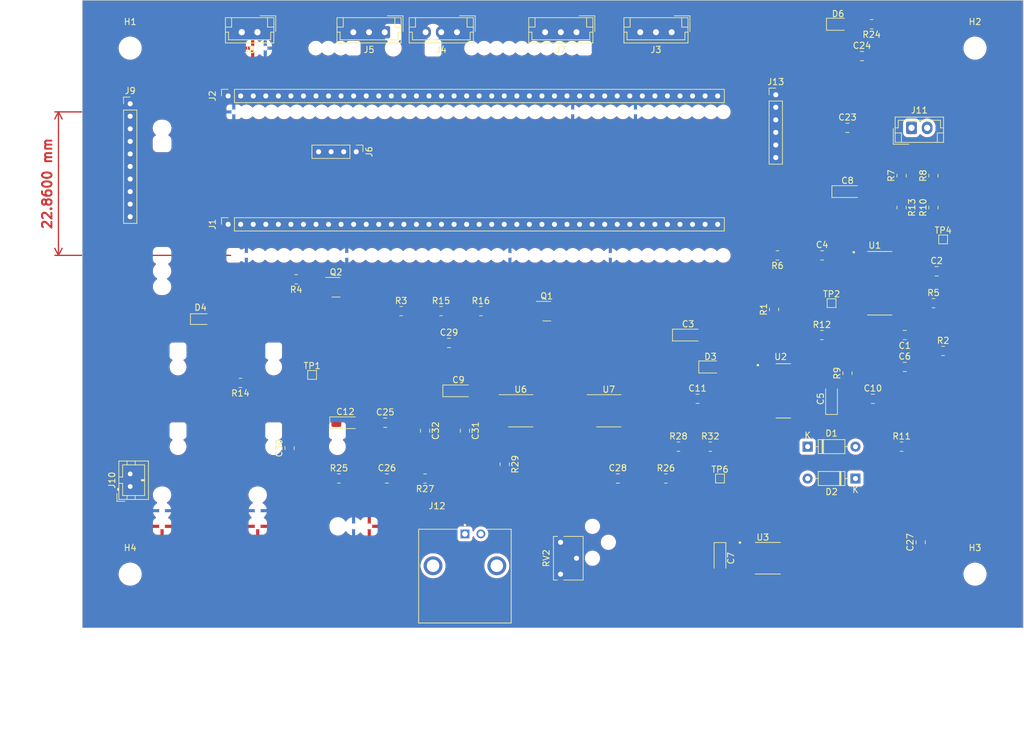
<source format=kicad_pcb>
(kicad_pcb (version 20221018) (generator pcbnew)
  (layers (0 "F.Cu" signal) (31 "B.Cu" signal) (34 "B.Paste" user) (35 "F.Paste" user) (36 "B.SilkS" user "B.Silkscreen") (37 "F.SilkS" user "F.Silkscreen") (38 "B.Mask" user) (39 "F.Mask" user) (44 "Edge.Cuts" user))
  (net 0 "")
  (net 1 "U2Cout")
  (net 2 "Net-(D1-A)")
  (net 3 "U2Dpos")
  (net 4 "ec_gnd")
  (net 5 "Net-(Q1-G)")
  (net 6 "GND")
  (net 7 "ph_gnd")
  (net 8 "Net-(Q2-G)")
  (net 9 "Net-(C1-Pad1)")
  (net 10 "Net-(U1-EN1)")
  (net 11 "-5V")
  (net 12 "+5V")
  (net 13 "Net-(U3-C1+)")
  (net 14 "Net-(U3-C1-)")
  (net 15 "Net-(U6-+)")
  (net 16 "Net-(U6--)")
  (net 17 "Net-(C28-Pad2)")
  (net 18 "Net-(D3-A)")
  (net 19 "Net-(D6-A)")
  (net 20 "VTARG")
  (net 21 "P10_0")
  (net 22 "P10_3")
  (net 23 "P10_4")
  (net 24 "P10_2")
  (net 25 "P10_1")
  (net 26 "P10_5")
  (net 27 "P0_5")
  (net 28 "P12_3")
  (net 29 "P11_4")
  (net 30 "P11_3")
  (net 31 "P11_2")
  (net 32 "P11_7")
  (net 33 "P11_5")
  (net 34 "P11_6")
  (net 35 "P12_5")
  (net 36 "P12_0")
  (net 37 "P12_1")
  (net 38 "P12_4")
  (net 39 "VDDIO_0")
  (net 40 "P13_1")
  (net 41 "P13_2")
  (net 42 "P13_3")
  (net 43 "P13_0")
  (net 44 "P13_4")
  (net 45 "P13_5")
  (net 46 "P13_7")
  (net 47 "P13_6")
  (net 48 "P0_4")
  (net 49 "XRES")
  (net 50 "P6_7")
  (net 51 "P6_6")
  (net 52 "BT_UART_RXD")
  (net 53 "BT_UART_CTS")
  (net 54 "BT_UART_RTS")
  (net 55 "BT_UART_TXD")
  (net 56 "VREF")
  (net 57 "VBACKUP")
  (net 58 "P9_6")
  (net 59 "P9_7")
  (net 60 "P9_4")
  (net 61 "P9_1")
  (net 62 "P9_2")
  (net 63 "P8_0")
  (net 64 "P8_7")
  (net 65 "P8_3")
  (net 66 "P8_4")
  (net 67 "P8_6")
  (net 68 "P8_1")
  (net 69 "P6_3")
  (net 70 "P1_0")
  (net 71 "P8_2")
  (net 72 "P8_5")
  (net 73 "P9_3")
  (net 74 "P9_5")
  (net 75 "P9_0")
  (net 76 "P6_VDD")
  (net 77 "P6_4")
  (net 78 "P6_2")
  (net 79 "P6_1")
  (net 80 "P6_0")
  (net 81 "VDD_USB")
  (net 82 "P5_7")
  (net 83 "P5_6")
  (net 84 "P5_5")
  (net 85 "P5_4")
  (net 86 "P5_3")
  (net 87 "P5_2")
  (net 88 "P5_1")
  (net 89 "P5_0")
  (net 91 "U2Aout")
  (net 92 "P1.2")
  (net 93 "Net-(U1-Q4)")
  (net 94 "ec_sense")
  (net 95 "Net-(U1-EN2)")
  (net 96 "Net-(U1-EN3)")
  (net 97 "U2Bout")
  (net 98 "U2Dneg")
  (net 99 "U2Cneg")
  (net 100 "U2Dout")
  (net 101 "Net-(J12-Pad1)")
  (net 102 "Net-(R26-Pad2)")
  (net 103 "Net-(R27-Pad1)")
  (net 104 "Net-(U7--)")
  (footprint "Resistor_SMD:R_0805_2012Metric_Pad1.20x1.40mm_HandSolder" (layer "F.Cu") (at 161.56 66.04 180)
    (fp_text reference "R6" (at 0 -1.65) (layer "F.SilkS"))
    (fp_text value "4.7K")
    (pad "1" smd roundrect (at -1 0 180) (size 1.2 1.4) (layers "F.Cu" "F.Paste" "F.Mask") (roundrect_rratio 0.208333) (net 12 "+5V"))
    (pad "2" smd roundrect (at 1 0 180) (size 1.2 1.4) (layers "F.Cu" "F.Paste" "F.Mask") (roundrect_rratio 0.208333) (net 18 "Net-(D3-A)"))
  )
  (footprint "Capacitor_Tantalum_SMD:CP_EIA-3216-10_Kemet-I_Pad1.58x1.35mm_HandSolder" (layer "F.Cu") (at 152.4 114.3 -90)
    (fp_text reference "C7" (at 0 -1.75 90) (layer "F.SilkS"))
    (fp_text value "100uF")
    (pad "1" smd roundrect (at -1.4375 0 270) (size 1.575 1.35) (layers "F.Cu" "F.Paste" "F.Mask") (roundrect_rratio 0.185185) (net 13 "Net-(U3-C1+)"))
    (pad "2" smd roundrect (at 1.4375 0 270) (size 1.575 1.35) (layers "F.Cu" "F.Paste" "F.Mask") (roundrect_rratio 0.185185) (net 14 "Net-(U3-C1-)"))
  )
  (footprint "LED_SMD:LED_0805_2012Metric_Pad1.15x1.40mm_HandSolder" (layer "F.Cu") (at 150.885 83.82)
    (fp_text reference "D3" (at 0 -1.65) (layer "F.SilkS"))
    (fp_text value "LED")
    (pad "1" smd roundrect (at -1.025 0) (size 1.15 1.4) (layers "F.Cu" "F.Paste" "F.Mask") (roundrect_rratio 0.217391) (net 4 "ec_gnd"))
    (pad "2" smd roundrect (at 1.025 0) (size 1.15 1.4) (layers "F.Cu" "F.Paste" "F.Mask") (roundrect_rratio 0.217391) (net 18 "Net-(D3-A)"))
  )
  (footprint "Resistor_SMD:R_0805_2012Metric_Pad1.20x1.40mm_HandSolder" (layer "F.Cu") (at 186.42 73.66)
    (fp_text reference "R5" (at 0 -1.65) (layer "F.SilkS"))
    (fp_text value "100K")
    (pad "1" smd roundrect (at -1 0) (size 1.2 1.4) (layers "F.Cu" "F.Paste" "F.Mask") (roundrect_rratio 0.208333) (net 96 "Net-(U1-EN3)"))
    (pad "2" smd roundrect (at 1 0) (size 1.2 1.4) (layers "F.Cu" "F.Paste" "F.Mask") (roundrect_rratio 0.208333) (net 9 "Net-(C1-Pad1)"))
  )
  (footprint "Capacitor_Tantalum_SMD:CP_EIA-3216-10_Kemet-I_Pad1.58x1.35mm_HandSolder" (layer "F.Cu") (at 110.7225 87.63)
    (fp_text reference "C9" (at 0 -1.75) (layer "F.SilkS"))
    (fp_text value "10uF")
    (pad "1" smd roundrect (at -1.4375 0) (size 1.575 1.35) (layers "F.Cu" "F.Paste" "F.Mask") (roundrect_rratio 0.185185) (net 12 "+5V"))
    (pad "2" smd roundrect (at 1.4375 0) (size 1.575 1.35) (layers "F.Cu" "F.Paste" "F.Mask") (roundrect_rratio 0.185185) (net 4 "ec_gnd"))
  )
  (footprint "Connector_JST:JST_EH_B3B-EH-A_1x03_P2.50mm_Vertical" (layer "F.Cu") (at 110.49 30.48 180)
    (fp_text reference "J4" (at 2.5 -2.8) (layer "F.SilkS"))
    (fp_text value "Level_conn")
    (pad "1" thru_hole roundrect (at 0 0 180) (size 1.7 1.95) (drill 0.95) (layers "*.Cu" "*.Mask") (roundrect_rratio 0.147059) (net 12 "+5V"))
    (pad "2" thru_hole oval (at 2.5 0 180) (size 1.7 1.95) (drill 0.95) (layers "*.Cu" "*.Mask") (net 6 "GND"))
    (pad "3" thru_hole oval (at 5 0 180) (size 1.7 1.95) (drill 0.95) (layers "*.Cu" "*.Mask") (net 61 "P9_1"))
  )
  (footprint "Resistor_SMD:R_0805_2012Metric_Pad1.20x1.40mm_HandSolder" (layer "F.Cu") (at 172.72 84.82 90)
    (fp_text reference "R9" (at 0 -1.65 90) (layer "F.SilkS"))
    (fp_text value "36K")
    (pad "1" smd roundrect (at -1 0 90) (size 1.2 1.4) (layers "F.Cu" "F.Paste" "F.Mask") (roundrect_rratio 0.208333) (net 2 "Net-(D1-A)"))
    (pad "2" smd roundrect (at 1 0 90) (size 1.2 1.4) (layers "F.Cu" "F.Paste" "F.Mask") (roundrect_rratio 0.208333) (net 98 "U2Dneg"))
  )
  (footprint "TestPoint:TestPoint_Pad_1.0x1.0mm" (layer "F.Cu") (at 187.96 63.5)
    (fp_text reference "TP4" (at 0 -1.448) (layer "F.SilkS"))
    (fp_text value "TestPoint")
    (pad "1" smd rect (at 0 0) (size 1 1) (layers "F.Cu" "F.Mask") (net 4 "ec_gnd"))
  )
  (footprint "Connector_JST:JST_EH_B2B-EH-A_1x02_P2.50mm_Vertical" (layer "F.Cu") (at 78.7 30.48 180)
    (fp_text reference "J8" (at 1.25 -2.8) (layer "F.SilkS"))
    (fp_text value "Circulation_Pumps_Signal")
    (pad "1" thru_hole roundrect (at 0 0 180) (size 1.7 2) (drill 1) (layers "*.Cu" "*.Mask") (roundrect_rratio 0.147059) (net 59 "P9_7"))
    (pad "2" thru_hole oval (at 2.5 0 180) (size 1.7 2) (drill 1) (layers "*.Cu" "*.Mask") (net 58 "P9_6"))
  )
  (footprint "Capacitor_SMD:C_0805_2012Metric_Pad1.18x1.45mm_HandSolder" (layer "F.Cu") (at 175.0275 34.29)
    (fp_text reference "C24" (at 0 -1.68) (layer "F.SilkS"))
    (fp_text value "100nF")
    (pad "1" smd roundrect (at -1.0375 0) (size 1.175 1.45) (layers "F.Cu" "F.Paste" "F.Mask") (roundrect_rratio 0.212766) (net 7 "ph_gnd"))
    (pad "2" smd roundrect (at 1.0375 0) (size 1.175 1.45) (layers "F.Cu" "F.Paste" "F.Mask") (roundrect_rratio 0.212766) (net 12 "+5V"))
  )
  (footprint "Connector_PinSocket_2.00mm:PinSocket_1x40_P2.00mm_Vertical" (layer "F.Cu") (at 74.03 61.1 90)
    (fp_text reference "J1" (at 0 -2.5 90) (layer "F.SilkS"))
    (fp_text value "Conn_01x40_Socket")
    (pad "1" thru_hole rect (at 0 0 90) (size 1.35 1.35) (drill 0.8) (layers "*.Cu" "*.Mask") (net 6 "GND"))
    (pad "2" thru_hole oval (at 0 2 90) (size 1.35 1.35) (drill 0.8) (layers "*.Cu" "*.Mask") (net 20 "VTARG"))
    (pad "3" thru_hole oval (at 0 4 90) (size 1.35 1.35) (drill 0.8) (layers "*.Cu" "*.Mask") (net 21 "P10_0"))
    (pad "4" thru_hole oval (at 0 6 90) (size 1.35 1.35) (drill 0.8) (layers "*.Cu" "*.Mask") (net 22 "P10_3"))
    (pad "5" thru_hole oval (at 0 8 90) (size 1.35 1.35) (drill 0.8) (layers "*.Cu" "*.Mask") (net 23 "P10_4"))
    (pad "6" thru_hole oval (at 0 10 90) (size 1.35 1.35) (drill 0.8) (layers "*.Cu" "*.Mask") (net 24 "P10_2"))
    (pad "7" thru_hole oval (at 0 12 90) (size 1.35 1.35) (drill 0.8) (layers "*.Cu" "*.Mask") (net 25 "P10_1"))
    (pad "8" thru_hole oval (at 0 14 90) (size 1.35 1.35) (drill 0.8) (layers "*.Cu" "*.Mask") (net 26 "P10_5"))
    (pad "9" thru_hole oval (at 0 16 90) (size 1.35 1.35) (drill 0.8) (layers "*.Cu" "*.Mask") (net 27 "P0_5"))
    (pad "10" thru_hole oval (at 0 18 90) (size 1.35 1.35) (drill 0.8) (layers "*.Cu" "*.Mask") (net 28 "P12_3"))
    (pad "11" thru_hole oval (at 0 20 90) (size 1.35 1.35) (drill 0.8) (layers "*.Cu" "*.Mask") (net 29 "P11_4"))
    (pad "12" thru_hole oval (at 0 22 90) (size 1.35 1.35) (drill 0.8) (layers "*.Cu" "*.Mask") (net 30 "P11_3"))
    (pad "13" thru_hole oval (at 0 24 90) (size 1.35 1.35) (drill 0.8) (layers "*.Cu" "*.Mask") (net 31 "P11_2"))
    (pad "14" thru_hole oval (at 0 26 90) (size 1.35 1.35) (drill 0.8) (layers "*.Cu" "*.Mask") (net 32 "P11_7"))
    (pad "15" thru_hole oval (at 0 28 90) (size 1.35 1.35) (drill 0.8) (layers "*.Cu" "*.Mask") (net 33 "P11_5"))
    (pad "16" thru_hole oval (at 0 30 90) (size 1.35 1.35) (drill 0.8) (layers "*.Cu" "*.Mask") (net 34 "P11_6"))
    (pad "17" thru_hole oval (at 0 32 90) (size 1.35 1.35) (drill 0.8) (layers "*.Cu" "*.Mask") (net 35 "P12_5"))
    (pad "18" thru_hole oval (at 0 34 90) (size 1.35 1.35) (drill 0.8) (layers "*.Cu" "*.Mask") (net 36 "P12_0"))
    (pad "19" thru_hole oval (at 0 36 90) (size 1.35 1.35) (drill 0.8) (layers "*.Cu" "*.Mask") (net 37 "P12_1"))
    (pad "20" thru_hole oval (at 0 38 90) (size 1.35 1.35) (drill 0.8) (layers "*.Cu" "*.Mask") (net 38 "P12_4"))
    (pad "21" thru_hole oval (at 0 40 90) (size 1.35 1.35) (drill 0.8) (layers "*.Cu" "*.Mask") (net 39 "VDDIO_0"))
    (pad "22" thru_hole oval (at 0 42 90) (size 1.35 1.35) (drill 0.8) (layers "*.Cu" "*.Mask") (net 40 "P13_1"))
    (pad "23" thru_hole oval (at 0 44 90) (size 1.35 1.35) (drill 0.8) (layers "*.Cu" "*.Mask") (net 41 "P13_2"))
    (pad "24" thru_hole oval (at 0 46 90) (size 1.35 1.35) (drill 0.8) (layers "*.Cu" "*.Mask") (net 42 "P13_3"))
    (pad "25" thru_hole oval (at 0 48 90) (size 1.35 1.35) (drill 0.8) (layers "*.Cu" "*.Mask") (net 43 "P13_0"))
    (pad "26" thru_hole oval (at 0 50 90) (size 1.35 1.35) (drill 0.8) (layers "*.Cu" "*.Mask") (net 44 "P13_4"))
    (pad "27" thru_hole oval (at 0 52 90) (size 1.35 1.35) (drill 0.8) (layers "*.Cu" "*.Mask") (net 45 "P13_5"))
    (pad "28" thru_hole oval (at 0 54 90) (size 1.35 1.35) (drill 0.8) (layers "*.Cu" "*.Mask") (net 6 "GND"))
    (pad "29" thru_hole oval (at 0 56 90) (size 1.35 1.35) (drill 0.8) (layers "*.Cu" "*.Mask") (net 46 "P13_7"))
    (pad "30" thru_hole oval (at 0 58 90) (size 1.35 1.35) (drill 0.8) (layers "*.Cu" "*.Mask") (net 47 "P13_6"))
    (pad "31" thru_hole oval (at 0 60 90) (size 1.35 1.35) (drill 0.8) (layers "*.Cu" "*.Mask") (net 48 "P0_4"))
    (pad "32" thru_hole oval (at 0 62 90) (size 1.35 1.35) (drill 0.8) (layers "*.Cu" "*.Mask") (net 20 "VTARG"))
    (pad "33" thru_hole oval (at 0 64 90) (size 1.35 1.35) (drill 0.8) (layers "*.Cu" "*.Mask") (net 6 "GND"))
    (pad "34" thru_hole oval (at 0 66 90) (size 1.35 1.35) (drill 0.8) (layers "*.Cu" "*.Mask") (net 49 "XRES"))
    (pad "35" thru_hole oval (at 0 68 90) (size 1.35 1.35) (drill 0.8) (layers "*.Cu" "*.Mask") (net 50 "P6_7"))
    (pad "36" thru_hole oval (at 0 70 90) (size 1.35 1.35) (drill 0.8) (layers "*.Cu" "*.Mask") (net 51 "P6_6"))
    (pad "37" thru_hole oval (at 0 72 90) (size 1.35 1.35) (drill 0.8) (layers "*.Cu" "*.Mask") (net 52 "BT_UART_RXD"))
    (pad "38" thru_hole oval (at 0 74 90) (size 1.35 1.35) (drill 0.8) (layers "*.Cu" "*.Mask") (net 53 "BT_UART_CTS"))
    (pad "39" thru_hole oval (at 0 76 90) (size 1.35 1.35) (drill 0.8) (layers "*.Cu" "*.Mask") (net 54 "BT_UART_RTS"))
    (pad "40" thru_hole oval (at 0 78 90) (size 1.35 1.35) (drill 0.8) (layers "*.Cu" "*.Mask") (net 55 "BT_UART_TXD"))
  )
  (footprint "Resistor_SMD:R_0805_2012Metric_Pad1.20x1.40mm_HandSolder" (layer "F.Cu") (at 176.5675 29.21 180)
    (fp_text reference "R24" (at 0 -1.65) (layer "F.SilkS"))
    (fp_text value "1K")
    (pad "1" smd roundrect (at -1 0 180) (size 1.2 1.4) (layers "F.Cu" "F.Paste" "F.Mask") (roundrect_rratio 0.208333) (net 12 "+5V"))
    (pad "2" smd roundrect (at 1 0 180) (size 1.2 1.4) (layers "F.Cu" "F.Paste" "F.Mask") (roundrect_rratio 0.208333) (net 19 "Net-(D6-A)"))
  )
  (footprint "Package_TO_SOT_SMD:SOT-23" (layer "F.Cu") (at 91.22 71.12)
    (fp_text reference "Q2" (at 0 -2.4) (layer "F.SilkS"))
    (fp_text value "ZXMN6A07F")
    (pad "1" smd roundrect (at -0.9375 -0.95) (size 1.475 0.6) (layers "F.Cu" "F.Paste" "F.Mask") (net 8 "Net-(Q2-G)"))
    (pad "2" smd roundrect (at -0.9375 0.95) (size 1.475 0.6) (layers "F.Cu" "F.Paste" "F.Mask") (net 6 "GND"))
    (pad "3" smd roundrect (at 0.9375 0) (size 1.475 0.6) (layers "F.Cu" "F.Paste" "F.Mask") (net 4 "ec_gnd"))
  )
  (footprint "Resistor_SMD:R_0805_2012Metric_Pad1.20x1.40mm_HandSolder" (layer "F.Cu") (at 84.87 69.85 180)
    (fp_text reference "R4" (at 0 -1.65) (layer "F.SilkS"))
    (fp_text value "10k")
    (pad "1" smd roundrect (at -1 0 180) (size 1.2 1.4) (layers "F.Cu" "F.Paste" "F.Mask") (roundrect_rratio 0.208333) (net 8 "Net-(Q2-G)"))
    (pad "2" smd roundrect (at 1 0 180) (size 1.2 1.4) (layers "F.Cu" "F.Paste" "F.Mask") (roundrect_rratio 0.208333) (net 6 "GND"))
  )
  (footprint "Resistor_SMD:R_0805_2012Metric_Pad1.20x1.40mm_HandSolder" (layer "F.Cu") (at 181.34 58.42 -90)
    (fp_text reference "R13" (at 0 -1.65 90) (layer "F.SilkS"))
    (fp_text value "36K")
    (pad "1" smd roundrect (at -1 0 270) (size 1.2 1.4) (layers "F.Cu" "F.Paste" "F.Mask") (roundrect_rratio 0.208333) (net 99 "U2Cneg"))
    (pad "2" smd roundrect (at 1 0 270) (size 1.2 1.4) (layers "F.Cu" "F.Paste" "F.Mask") (roundrect_rratio 0.208333) (net 3 "U2Dpos"))
  )
  (footprint "Resistor_SMD:R_0805_2012Metric_Pad1.20x1.40mm_HandSolder" (layer "F.Cu") (at 143.78 101.6)
    (fp_text reference "R26" (at 0 -1.65) (layer "F.SilkS"))
    (fp_text value "2.2K")
    (pad "1" smd roundrect (at -1 0) (size 1.2 1.4) (layers "F.Cu" "F.Paste" "F.Mask") (roundrect_rratio 0.208333) (net 17 "Net-(C28-Pad2)"))
    (pad "2" smd roundrect (at 1 0) (size 1.2 1.4) (layers "F.Cu" "F.Paste" "F.Mask") (roundrect_rratio 0.208333) (net 102 "Net-(R26-Pad2)"))
  )
  (footprint "Connector_JST:JST_EH_B2B-EH-A_1x02_P2.50mm_Vertical" (layer "F.Cu") (at 182.92 45.72)
    (fp_text reference "J11" (at 1.25 -2.8) (layer "F.SilkS"))
    (fp_text value "EC_Conn_01x02_Pin")
    (pad "1" thru_hole roundrect (at 0 0) (size 1.7 2) (drill 1) (layers "*.Cu" "*.Mask") (roundrect_rratio 0.147059) (net 91 "U2Aout"))
    (pad "2" thru_hole oval (at 2.5 0) (size 1.7 2) (drill 1) (layers "*.Cu" "*.Mask") (net 92 "P1.2"))
  )
  (footprint "Connector_JST:JST_EH_B3B-EH-A_1x03_P2.50mm_Vertical" (layer "F.Cu") (at 129.54 30.48 180)
    (fp_text reference "J7" (at 2.5 -2.8) (layer "F.SilkS"))
    (fp_text value "Dosing_Pumps_Signal")
    (pad "1" thru_hole roundrect (at 0 0 180) (size 1.7 1.95) (drill 0.95) (layers "*.Cu" "*.Mask") (roundrect_rratio 0.147059) (net 74 "P9_5"))
    (pad "2" thru_hole oval (at 2.5 0 180) (size 1.7 1.95) (drill 0.95) (layers "*.Cu" "*.Mask") (net 73 "P9_3"))
    (pad "3" thru_hole oval (at 5 0 180) (size 1.7 1.95) (drill 0.95) (layers "*.Cu" "*.Mask") (net 62 "P9_2"))
  )
  (footprint "Imports:SOIC127P600X175-16N" (layer "F.Cu") (at 177.865 70.485)
    (fp_text reference "U1" (at -0.795 -6.035) (layer "F.SilkS"))
    (fp_text value "CD4060BM")
    (pad "1" smd roundrect (at -2.475 -4.445) (size 1.97 0.6) (layers "F.Cu" "F.Paste" "F.Mask") (roundrect_rratio 0.07))
    (pad "2" smd roundrect (at -2.475 -3.175) (size 1.97 0.6) (layers "F.Cu" "F.Paste" "F.Mask") (roundrect_rratio 0.07))
    (pad "3" smd roundrect (at -2.475 -1.905) (size 1.97 0.6) (layers "F.Cu" "F.Paste" "F.Mask") (roundrect_rratio 0.07))
    (pad "4" smd roundrect (at -2.475 -0.635) (size 1.97 0.6) (layers "F.Cu" "F.Paste" "F.Mask") (roundrect_rratio 0.07))
    (pad "5" smd roundrect (at -2.475 0.635) (size 1.97 0.6) (layers "F.Cu" "F.Paste" "F.Mask") (roundrect_rratio 0.07))
    (pad "6" smd roundrect (at -2.475 1.905) (size 1.97 0.6) (layers "F.Cu" "F.Paste" "F.Mask") (roundrect_rratio 0.07))
    (pad "7" smd roundrect (at -2.475 3.175) (size 1.97 0.6) (layers "F.Cu" "F.Paste" "F.Mask") (roundrect_rratio 0.07) (net 93 "Net-(U1-Q4)"))
    (pad "8" smd roundrect (at -2.475 4.445) (size 1.97 0.6) (layers "F.Cu" "F.Paste" "F.Mask") (roundrect_rratio 0.07) (net 11 "-5V"))
    (pad "9" smd roundrect (at 2.475 4.445) (size 1.97 0.6) (layers "F.Cu" "F.Paste" "F.Mask") (roundrect_rratio 0.07) (net 10 "Net-(U1-EN1)"))
    (pad "10" smd roundrect (at 2.475 3.175) (size 1.97 0.6) (layers "F.Cu" "F.Paste" "F.Mask") (roundrect_rratio 0.07) (net 95 "Net-(U1-EN2)"))
    (pad "11" smd roundrect (at 2.475 1.905) (size 1.97 0.6) (layers "F.Cu" "F.Paste" "F.Mask") (roundrect_rratio 0.07) (net 96 "Net-(U1-EN3)"))
    (pad "12" smd roundrect (at 2.475 0.635) (size 1.97 0.6) (layers "F.Cu" "F.Paste" "F.Mask") (roundrect_rratio 0.07) (net 11 "-5V"))
    (pad "13" smd roundrect (at 2.475 -0.635) (size 1.97 0.6) (layers "F.Cu" "F.Paste" "F.Mask") (roundrect_rratio 0.07))
    (pad "14" smd roundrect (at 2.475 -1.905) (size 1.97 0.6) (layers "F.Cu" "F.Paste" "F.Mask") (roundrect_rratio 0.07))
    (pad "15" smd roundrect (at 2.475 -3.175) (size 1.97 0.6) (layers "F.Cu" "F.Paste" "F.Mask") (roundrect_rratio 0.07))
    (pad "16" smd roundrect (at 2.475 -4.445) (size 1.97 0.6) (layers "F.Cu" "F.Paste" "F.Mask") (roundrect_rratio 0.07) (net 12 "+5V"))
  )
  (footprint "Capacitor_SMD:C_0805_2012Metric_Pad1.18x1.45mm_HandSolder" (layer "F.Cu") (at 172.72 45.72)
    (fp_text reference "C23" (at 0 -1.68) (layer "F.SilkS"))
    (fp_text value "10uF")
    (pad "1" smd roundrect (at -1.0375 0) (size 1.175 1.45) (layers "F.Cu" "F.Paste" "F.Mask") (roundrect_rratio 0.212766) (net 11 "-5V"))
    (pad "2" smd roundrect (at 1.0375 0) (size 1.175 1.45) (layers "F.Cu" "F.Paste" "F.Mask") (roundrect_rratio 0.212766) (net 7 "ph_gnd"))
  )
  (footprint "Capacitor_Tantalum_SMD:CP_EIA-3216-10_Kemet-I_Pad1.58x1.35mm_HandSolder" (layer "F.Cu") (at 170.18 88.9 90)
    (fp_text reference "C5" (at 0 -1.75 90) (layer "F.SilkS"))
    (fp_text value "10uF")
    (pad "1" smd roundrect (at -1.4375 0 90) (size 1.575 1.35) (layers "F.Cu" "F.Paste" "F.Mask") (roundrect_rratio 0.185185) (net 4 "ec_gnd"))
    (pad "2" smd roundrect (at 1.4375 0 90) (size 1.575 1.35) (layers "F.Cu" "F.Paste" "F.Mask") (roundrect_rratio 0.185185) (net 11 "-5V"))
  )
  (footprint "Resistor_SMD:R_0805_2012Metric_Pad1.20x1.40mm_HandSolder" (layer "F.Cu") (at 75.98 86.36 180)
    (fp_text reference "R14" (at 0 -1.65) (layer "F.SilkS"))
    (fp_text value "10K")
    (pad "1" smd roundrect (at -1 0 180) (size 1.2 1.4) (layers "F.Cu" "F.Paste" "F.Mask") (roundrect_rratio 0.208333) (net 100 "U2Dout"))
    (pad "2" smd roundrect (at 1 0 180) (size 1.2 1.4) (layers "F.Cu" "F.Paste" "F.Mask") (roundrect_rratio 0.208333) (net 22 "P10_3"))
  )
  (footprint "Connector_PinHeader_2.00mm:PinHeader_1x04_P2.00mm_Vertical" (layer "F.Cu") (at 94.44 49.53 -90)
    (fp_text reference "J6" (at 0 -2.06 90) (layer "F.SilkS"))
    (fp_text value "ADC2345")
    (pad "1" thru_hole rect (at 0 0 270) (size 1.35 1.35) (drill 0.8) (layers "*.Cu" "*.Mask") (net 26 "P10_5"))
    (pad "2" thru_hole oval (at 0 2 270) (size 1.35 1.35) (drill 0.8) (layers "*.Cu" "*.Mask") (net 25 "P10_1"))
    (pad "3" thru_hole oval (at 0 4 270) (size 1.35 1.35) (drill 0.8) (layers "*.Cu" "*.Mask") (net 24 "P10_2"))
    (pad "4" thru_hole oval (at 0 6 270) (size 1.35 1.35) (drill 0.8) (layers "*.Cu" "*.Mask") (net 23 "P10_4"))
  )
  (footprint "Package_TO_SOT_SMD:SOT-23" (layer "F.Cu") (at 124.7925 74.93)
    (fp_text reference "Q1" (at 0 -2.4) (layer "F.SilkS"))
    (fp_text value "ZXMN6A07F")
    (pad "1" smd roundrect (at -0.9375 -0.95) (size 1.475 0.6) (layers "F.Cu" "F.Paste" "F.Mask") (net 5 "Net-(Q1-G)"))
    (pad "2" smd roundrect (at -0.9375 0.95) (size 1.475 0.6) (layers "F.Cu" "F.Paste" "F.Mask") (net 6 "GND"))
    (pad "3" smd roundrect (at 0.9375 0) (size 1.475 0.6) (layers "F.Cu" "F.Paste" "F.Mask") (net 7 "ph_gnd"))
  )
  (footprint "Connector_JST:JST_PH_B2B-PH-K_1x02_P2.00mm_Vertical" (layer "F.Cu") (at 58.42 102.87 90)
    (fp_text reference "J10" (at 1 -2.9 90) (layer "F.SilkS"))
    (fp_text value "Power_Conn_01x02_Socket")
    (pad "1" thru_hole roundrect (at 0 0 90) (size 1.2 1.75) (drill 0.75) (layers "*.Cu" "*.Mask") (roundrect_rratio 0.208333) (net 12 "+5V"))
    (pad "2" thru_hole oval (at 2 0 90) (size 1.2 1.75) (drill 0.75) (layers "*.Cu" "*.Mask") (net 6 "GND"))
  )
  (footprint "Package_SO:SOIC-8_3.9x4.9mm_P1.27mm" (layer "F.Cu") (at 120.65 90.805)
    (fp_text reference "U6" (at 0 -3.4) (layer "F.SilkS"))
    (fp_text value "CA3140AMZ")
    (pad "1" smd roundrect (at -2.475 -1.905) (size 1.95 0.6) (layers "F.Cu" "F.Paste" "F.Mask"))
    (pad "2" smd roundrect (at -2.475 -0.635) (size 1.95 0.6) (layers "F.Cu" "F.Paste" "F.Mask") (net 16 "Net-(U6--)"))
    (pad "3" smd roundrect (at -2.475 0.635) (size 1.95 0.6) (layers "F.Cu" "F.Paste" "F.Mask") (net 15 "Net-(U6-+)"))
    (pad "4" smd roundrect (at -2.475 1.905) (size 1.95 0.6) (layers "F.Cu" "F.Paste" "F.Mask") (net 11 "-5V"))
    (pad "5" smd roundrect (at 2.475 1.905) (size 1.95 0.6) (layers "F.Cu" "F.Paste" "F.Mask"))
    (pad "6" smd roundrect (at 2.475 0.635) (size 1.95 0.6) (layers "F.Cu" "F.Paste" "F.Mask") (net 17 "Net-(C28-Pad2)"))
    (pad "7" smd roundrect (at 2.475 -0.635) (size 1.95 0.6) (layers "F.Cu" "F.Paste" "F.Mask") (net 12 "+5V"))
    (pad "8" smd roundrect (at 2.475 -1.905) (size 1.95 0.6) (layers "F.Cu" "F.Paste" "F.Mask"))
  )
  (footprint "Package_SO:SOIC-8_3.9x4.9mm_P1.27mm" (layer "F.Cu") (at 134.685 90.805)
    (fp_text reference "U7" (at 0 -3.4) (layer "F.SilkS"))
    (fp_text value "TL081BCDR")
    (pad "1" smd roundrect (at -2.475 -1.905) (size 1.95 0.6) (layers "F.Cu" "F.Paste" "F.Mask"))
    (pad "2" smd roundrect (at -2.475 -0.635) (size 1.95 0.6) (layers "F.Cu" "F.Paste" "F.Mask") (net 104 "Net-(U7--)"))
    (pad "3" smd roundrect (at -2.475 0.635) (size 1.95 0.6) (layers "F.Cu" "F.Paste" "F.Mask") (net 7 "ph_gnd"))
    (pad "4" smd roundrect (at -2.475 1.905) (size 1.95 0.6) (layers "F.Cu" "F.Paste" "F.Mask") (net 11 "-5V"))
    (pad "5" smd roundrect (at 2.475 1.905) (size 1.95 0.6) (layers "F.Cu" "F.Paste" "F.Mask"))
    (pad "6" smd roundrect (at 2.475 0.635) (size 1.95 0.6) (layers "F.Cu" "F.Paste" "F.Mask") (net 21 "P10_0"))
    (pad "7" smd roundrect (at 2.475 -0.635) (size 1.95 0.6) (layers "F.Cu" "F.Paste" "F.Mask") (net 12 "+5V"))
    (pad "8" smd roundrect (at 2.475 -1.905) (size 1.95 0.6) (layers "F.Cu" "F.Paste" "F.Mask"))
  )
  (footprint "Connector_PinSocket_2.00mm:PinSocket_1x40_P2.00mm_Vertical" (layer "F.Cu") (at 74.03 40.64 90)
    (fp_text reference "J2" (at 0 -2.5 90) (layer "F.SilkS"))
    (fp_text value "Conn_01x40_Socket")
    (pad "1" thru_hole rect (at 0 0 90) (size 1.35 1.35) (drill 0.8) (layers "*.Cu" "*.Mask") (net 56 "VREF"))
    (pad "2" thru_hole oval (at 0 2 90) (size 1.35 1.35) (drill 0.8) (layers "*.Cu" "*.Mask") (net 6 "GND"))
    (pad "3" thru_hole oval (at 0 4 90) (size 1.35 1.35) (drill 0.8) (layers "*.Cu" "*.Mask") (net 57 "VBACKUP"))
    (pad "4" thru_hole oval (at 0 6 90) (size 1.35 1.35) (drill 0.8) (layers "*.Cu" "*.Mask") (net 58 "P9_6"))
    (pad "5" thru_hole oval (at 0 8 90) (size 1.35 1.35) (drill 0.8) (layers "*.Cu" "*.Mask") (net 59 "P9_7"))
    (pad "6" thru_hole oval (at 0 10 90) (size 1.35 1.35) (drill 0.8) (layers "*.Cu" "*.Mask") (net 60 "P9_4"))
    (pad "7" thru_hole oval (at 0 12 90) (size 1.35 1.35) (drill 0.8) (layers "*.Cu" "*.Mask") (net 61 "P9_1"))
    (pad "8" thru_hole oval (at 0 14 90) (size 1.35 1.35) (drill 0.8) (layers "*.Cu" "*.Mask") (net 62 "P9_2"))
    (pad "9" thru_hole oval (at 0 16 90) (size 1.35 1.35) (drill 0.8) (layers "*.Cu" "*.Mask") (net 63 "P8_0"))
    (pad "10" thru_hole oval (at 0 18 90) (size 1.35 1.35) (drill 0.8) (layers "*.Cu" "*.Mask") (net 6 "GND"))
    (pad "11" thru_hole oval (at 0 20 90) (size 1.35 1.35) (drill 0.8) (layers "*.Cu" "*.Mask") (net 64 "P8_7"))
    (pad "12" thru_hole oval (at 0 22 90) (size 1.35 1.35) (drill 0.8) (layers "*.Cu" "*.Mask") (net 65 "P8_3"))
    (pad "13" thru_hole oval (at 0 24 90) (size 1.35 1.35) (drill 0.8) (layers "*.Cu" "*.Mask") (net 66 "P8_4"))
    (pad "14" thru_hole oval (at 0 26 90) (size 1.35 1.35) (drill 0.8) (layers "*.Cu" "*.Mask") (net 67 "P8_6"))
    (pad "15" thru_hole oval (at 0 28 90) (size 1.35 1.35) (drill 0.8) (layers "*.Cu" "*.Mask") (net 68 "P8_1"))
    (pad "16" thru_hole oval (at 0 30 90) (size 1.35 1.35) (drill 0.8) (layers "*.Cu" "*.Mask") (net 69 "P6_3"))
    (pad "17" thru_hole oval (at 0 32 90) (size 1.35 1.35) (drill 0.8) (layers "*.Cu" "*.Mask") (net 70 "P1_0"))
    (pad "18" thru_hole oval (at 0 34 90) (size 1.35 1.35) (drill 0.8) (layers "*.Cu" "*.Mask") (net 71 "P8_2"))
    (pad "19" thru_hole oval (at 0 36 90) (size 1.35 1.35) (drill 0.8) (layers "*.Cu" "*.Mask") (net 72 "P8_5"))
    (pad "20" thru_hole oval (at 0 38 90) (size 1.35 1.35) (drill 0.8) (layers "*.Cu" "*.Mask") (net 73 "P9_3"))
    (pad "21" thru_hole oval (at 0 40 90) (size 1.35 1.35) (drill 0.8) (layers "*.Cu" "*.Mask") (net 74 "P9_5"))
    (pad "22" thru_hole oval (at 0 42 90) (size 1.35 1.35) (drill 0.8) (layers "*.Cu" "*.Mask") (net 75 "P9_0"))
    (pad "23" thru_hole oval (at 0 44 90) (size 1.35 1.35) (drill 0.8) (layers "*.Cu" "*.Mask") (net 6 "GND"))
    (pad "24" thru_hole oval (at 0 46 90) (size 1.35 1.35) (drill 0.8) (layers "*.Cu" "*.Mask") (net 76 "P6_VDD"))
    (pad "25" thru_hole oval (at 0 48 90) (size 1.35 1.35) (drill 0.8) (layers "*.Cu" "*.Mask") (net 77 "P6_4"))
    (pad "26" thru_hole oval (at 0 50 90) (size 1.35 1.35) (drill 0.8) (layers "*.Cu" "*.Mask") (net 69 "P6_3"))
    (pad "27" thru_hole oval (at 0 52 90) (size 1.35 1.35) (drill 0.8) (layers "*.Cu" "*.Mask") (net 78 "P6_2"))
    (pad "28" thru_hole oval (at 0 54 90) (size 1.35 1.35) (drill 0.8) (layers "*.Cu" "*.Mask") (net 79 "P6_1"))
    (pad "29" thru_hole oval (at 0 56 90) (size 1.35 1.35) (drill 0.8) (layers "*.Cu" "*.Mask") (net 80 "P6_0"))
    (pad "30" thru_hole oval (at 0 58 90) (size 1.35 1.35) (drill 0.8) (layers "*.Cu" "*.Mask") (net 81 "VDD_USB"))
    (pad "31" thru_hole oval (at 0 60 90) (size 1.35 1.35) (drill 0.8) (layers "*.Cu" "*.Mask") (net 6 "GND"))
    (pad "32" thru_hole oval (at 0 62 90) (size 1.35 1.35) (drill 0.8) (layers "*.Cu" "*.Mask") (net 20 "VTARG"))
    (pad "33" thru_hole oval (at 0 64 90) (size 1.35 1.35) (drill 0.8) (layers "*.Cu" "*.Mask") (net 82 "P5_7"))
    (pad "34" thru_hole oval (at 0 66 90) (size 1.35 1.35) (drill 0.8) (layers "*.Cu" "*.Mask") (net 83 "P5_6"))
    (pad "35" thru_hole oval (at 0 68 90) (size 1.35 1.35) (drill 0.8) (layers "*.Cu" "*.Mask") (net 84 "P5_5"))
    (pad "36" thru_hole oval (at 0 70 90) (size 1.35 1.35) (drill 0.8) (layers "*.Cu" "*.Mask") (net 85 "P5_4"))
    (pad "37" thru_hole oval (at 0 72 90) (size 1.35 1.35) (drill 0.8) (layers "*.Cu" "*.Mask") (net 86 "P5_3"))
    (pad "38" thru_hole oval (at 0 74 90) (size 1.35 1.35) (drill 0.8) (layers "*.Cu" "*.Mask") (net 87 "P5_2"))
    (pad "39" thru_hole oval (at 0 76 90) (size 1.35 1.35) (drill 0.8) (layers "*.Cu" "*.Mask") (net 88 "P5_1"))
    (pad "40" thru_hole oval (at 0 78 90) (size 1.35 1.35) (drill 0.8) (layers "*.Cu" "*.Mask") (net 89 "P5_0"))
  )
  (footprint "Capacitor_SMD:C_0805_2012Metric_Pad1.18x1.45mm_HandSolder" (layer "F.Cu") (at 136.1225 101.6)
    (fp_text reference "C28" (at 0 -1.68) (layer "F.SilkS"))
    (fp_text value "1uF")
    (pad "1" smd roundrect (at -1.0375 0) (size 1.175 1.45) (layers "F.Cu" "F.Paste" "F.Mask") (roundrect_rratio 0.212766) (net 16 "Net-(U6--)"))
    (pad "2" smd roundrect (at 1.0375 0) (size 1.175 1.45) (layers "F.Cu" "F.Paste" "F.Mask") (roundrect_rratio 0.212766) (net 17 "Net-(C28-Pad2)"))
  )
  (footprint "Resistor_SMD:R_0805_2012Metric_Pad1.20x1.40mm_HandSolder" (layer "F.Cu") (at 114.3 74.93)
    (fp_text reference "R16" (at 0 -1.65) (layer "F.SilkS"))
    (fp_text value "10k")
    (pad "1" smd roundrect (at -1 0) (size 1.2 1.4) (layers "F.Cu" "F.Paste" "F.Mask") (roundrect_rratio 0.208333) (net 5 "Net-(Q1-G)"))
    (pad "2" smd roundrect (at 1 0) (size 1.2 1.4) (layers "F.Cu" "F.Paste" "F.Mask") (roundrect_rratio 0.208333) (net 6 "GND"))
  )
  (footprint "Diode_SMD:D_SOD-323" (layer "F.Cu") (at 69.63 76.2)
    (fp_text reference "D4" (at 0 -1.85) (layer "F.SilkS"))
    (fp_text value "1N5819WS")
    (pad "1" smd roundrect (at -1.05 0) (size 0.6 0.45) (layers "F.Cu" "F.Paste" "F.Mask") (net 22 "P10_3"))
    (pad "2" smd roundrect (at 1.05 0) (size 0.6 0.45) (layers "F.Cu" "F.Paste" "F.Mask") (net 4 "ec_gnd"))
  )
  (footprint "Capacitor_Tantalum_SMD:CP_EIA-3216-10_Kemet-I_Pad1.58x1.35mm_HandSolder" (layer "F.Cu") (at 147.32 78.74)
    (fp_text reference "C3" (at 0 -1.75) (layer "F.SilkS"))
    (fp_text value "10uF")
    (pad "1" smd roundrect (at -1.4375 0) (size 1.575 1.35) (layers "F.Cu" "F.Paste" "F.Mask") (roundrect_rratio 0.185185) (net 12 "+5V"))
    (pad "2" smd roundrect (at 1.4375 0) (size 1.575 1.35) (layers "F.Cu" "F.Paste" "F.Mask") (roundrect_rratio 0.185185) (net 4 "ec_gnd"))
  )
  (footprint "Capacitor_SMD:C_0805_2012Metric_Pad1.18x1.45mm_HandSolder" (layer "F.Cu") (at 99.06 92.71)
    (fp_text reference "C25" (at 0 -1.68) (layer "F.SilkS"))
    (fp_text value "100nF")
    (pad "1" smd roundrect (at -1.0375 0) (size 1.175 1.45) (layers "F.Cu" "F.Paste" "F.Mask") (roundrect_rratio 0.212766) (net 11 "-5V"))
    (pad "2" smd roundrect (at 1.0375 0) (size 1.175 1.45) (layers "F.Cu" "F.Paste" "F.Mask") (roundrect_rratio 0.212766) (net 7 "ph_gnd"))
  )
  (footprint "Imports:LINX_CONBNC002" (layer "F.Cu") (at 111.76 115.5025)
    (fp_text reference "J12" (at -4.445 -9.525) (layer "F.SilkS"))
    (fp_text value "CONBNC002")
    (pad "1" thru_hole rect (at 0 -5.08) (size 1.398 1.398) (drill 0.89) (layers "*.Cu" "*.Mask") (net 101 "Net-(J12-Pad1)"))
    (pad "2" thru_hole circle (at 2.54 -5.08) (size 1.398 1.398) (drill 0.89) (layers "*.Cu" "*.Mask") (net 7 "ph_gnd"))
    (pad "S1" thru_hole circle (at -5.08 0) (size 3 3) (drill 2) (layers "*.Cu" "*.Mask"))
    (pad "S2" thru_hole circle (at 5.08 0) (size 3 3) (drill 2) (layers "*.Cu" "*.Mask"))
  )
  (footprint "Resistor_SMD:R_0805_2012Metric_Pad1.20x1.40mm_HandSolder" (layer "F.Cu") (at 168.64 78.74)
    (fp_text reference "R12" (at 0 -1.65) (layer "F.SilkS"))
    (fp_text value "36K")
    (pad "1" smd roundrect (at -1 0) (size 1.2 1.4) (layers "F.Cu" "F.Paste" "F.Mask") (roundrect_rratio 0.208333) (net 98 "U2Dneg"))
    (pad "2" smd roundrect (at 1 0) (size 1.2 1.4) (layers "F.Cu" "F.Paste" "F.Mask") (roundrect_rratio 0.208333) (net 100 "U2Dout"))
  )
  (footprint "Capacitor_SMD:C_0805_2012Metric_Pad1.18x1.45mm_HandSolder" (layer "F.Cu") (at 168.6775 66.04)
    (fp_text reference "C4" (at 0 -1.68) (layer "F.SilkS"))
    (fp_text value "100nF")
    (pad "1" smd roundrect (at -1.0375 0) (size 1.175 1.45) (layers "F.Cu" "F.Paste" "F.Mask") (roundrect_rratio 0.212766) (net 12 "+5V"))
    (pad "2" smd roundrect (at 1.0375 0) (size 1.175 1.45) (layers "F.Cu" "F.Paste" "F.Mask") (roundrect_rratio 0.212766) (net 4 "ec_gnd"))
  )
  (footprint "Resistor_SMD:R_0805_2012Metric_Pad1.20x1.40mm_HandSolder" (layer "F.Cu") (at 150.86 96.52)
    (fp_text reference "R32" (at 0 -1.65) (layer "F.SilkS"))
    (fp_text value "30K")
    (pad "1" smd roundrect (at -1 0) (size 1.2 1.4) (layers "F.Cu" "F.Paste" "F.Mask") (roundrect_rratio 0.208333) (net 104 "Net-(U7--)"))
    (pad "2" smd roundrect (at 1 0) (size 1.2 1.4) (layers "F.Cu" "F.Paste" "F.Mask") (roundrect_rratio 0.208333) (net 21 "P10_0"))
  )
  (footprint "Capacitor_Tantalum_SMD:CP_EIA-3216-10_Kemet-I_Pad1.58x1.35mm_HandSolder" (layer "F.Cu") (at 92.71 92.71)
    (fp_text reference "C12" (at 0 -1.75) (layer "F.SilkS"))
    (fp_text value "10uF")
    (pad "1" smd roundrect (at -1.4375 0) (size 1.575 1.35) (layers "F.Cu" "F.Paste" "F.Mask") (roundrect_rratio 0.185185) (net 4 "ec_gnd"))
    (pad "2" smd roundrect (at 1.4375 0) (size 1.575 1.35) (layers "F.Cu" "F.Paste" "F.Mask") (roundrect_rratio 0.185185) (net 11 "-5V"))
  )
  (footprint "Capacitor_SMD:C_0805_2012Metric_Pad1.18x1.45mm_HandSolder" (layer "F.Cu") (at 148.8225 88.9)
    (fp_text reference "C11" (at 0 -1.68) (layer "F.SilkS"))
    (fp_text value "100nF")
    (pad "1" smd roundrect (at -1.0375 0) (size 1.175 1.45) (layers "F.Cu" "F.Paste" "F.Mask") (roundrect_rratio 0.212766) (net 12 "+5V"))
    (pad "2" smd roundrect (at 1.0375 0) (size 1.175 1.45) (layers "F.Cu" "F.Paste" "F.Mask") (roundrect_rratio 0.212766) (net 4 "ec_gnd"))
  )
  (footprint "LED_SMD:LED_0805_2012Metric_Pad1.15x1.40mm_HandSolder" (layer "F.Cu") (at 171.2175 29.21)
    (fp_text reference "D6" (at 0 -1.65) (layer "F.SilkS"))
    (fp_text value "LED")
    (pad "1" smd roundrect (at -1.025 0) (size 1.15 1.4) (layers "F.Cu" "F.Paste" "F.Mask") (roundrect_rratio 0.217391) (net 7 "ph_gnd"))
    (pad "2" smd roundrect (at 1.025 0) (size 1.15 1.4) (layers "F.Cu" "F.Paste" "F.Mask") (roundrect_rratio 0.217391) (net 19 "Net-(D6-A)"))
  )
  (footprint "Resistor_SMD:R_0805_2012Metric_Pad1.20x1.40mm_HandSolder" (layer "F.Cu") (at 145.78 96.52)
    (fp_text reference "R28" (at 0 -1.65) (layer "F.SilkS"))
    (fp_text value "30K")
    (pad "1" smd roundrect (at -1 0) (size 1.2 1.4) (layers "F.Cu" "F.Paste" "F.Mask") (roundrect_rratio 0.208333) (net 17 "Net-(C28-Pad2)"))
    (pad "2" smd roundrect (at 1 0) (size 1.2 1.4) (layers "F.Cu" "F.Paste" "F.Mask") (roundrect_rratio 0.208333) (net 104 "Net-(U7--)"))
  )
  (footprint "Capacitor_SMD:C_0805_2012Metric_Pad1.18x1.45mm_HandSolder" (layer "F.Cu") (at 99.33 101.6)
    (fp_text reference "C26" (at 0 -1.68) (layer "F.SilkS"))
    (fp_text value "2.2nF")
    (pad "1" smd roundrect (at -1.0375 0) (size 1.175 1.45) (layers "F.Cu" "F.Paste" "F.Mask") (roundrect_rratio 0.212766) (net 15 "Net-(U6-+)"))
    (pad "2" smd roundrect (at 1.0375 0) (size 1.175 1.45) (layers "F.Cu" "F.Paste" "F.Mask") (roundrect_rratio 0.212766) (net 7 "ph_gnd"))
  )
  (footprint "TestPoint:TestPoint_Pad_1.0x1.0mm" (layer "F.Cu") (at 87.41 85.09)
    (fp_text reference "TP1" (at 0 -1.448) (layer "F.SilkS"))
    (fp_text value "TestPoint")
    (pad "1" smd rect (at 0 0) (size 1 1) (layers "F.Cu" "F.Mask") (net 7 "ph_gnd"))
  )
  (footprint "Capacitor_SMD:C_0805_2012Metric_Pad1.18x1.45mm_HandSolder" (layer "F.Cu") (at 184.3825 111.76 90)
    (fp_text reference "C27" (at 0 -1.68 90) (layer "F.SilkS"))
    (fp_text value "10uF")
    (pad "1" smd roundrect (at -1.0375 0 90) (size 1.175 1.45) (layers "F.Cu" "F.Paste" "F.Mask") (roundrect_rratio 0.212766) (net 7 "ph_gnd"))
    (pad "2" smd roundrect (at 1.0375 0 90) (size 1.175 1.45) (layers "F.Cu" "F.Paste" "F.Mask") (roundrect_rratio 0.212766) (net 12 "+5V"))
  )
  (footprint "MountingHole:MountingHole_3.2mm_M3" (layer "F.Cu") (at 193.04 116.84)
    (fp_text reference "H3" (at 0 -4.2) (layer "F.SilkS"))
    (fp_text value "MountingHole")
    (pad "" np_thru_hole circle locked (at 0 0) (size 3.2 3.2) (drill 3.2) (layers "*.Cu" "*.Mask"))
  )
  (footprint "Diode_THT:D_DO-35_SOD27_P7.62mm_Horizontal" (layer "F.Cu") (at 166.37 96.52)
    (fp_text reference "D1" (at 3.81 -2.12) (layer "F.SilkS"))
    (fp_text value "1N4148")
    (fp_text user "K" (at 0 -1.8) (layer "F.SilkS"))
    (pad "1" thru_hole rect (at 0 0) (size 1.6 1.6) (drill 0.8) (layers "*.Cu" "*.Mask") (net 1 "U2Cout"))
    (pad "2" thru_hole oval (at 7.62 0) (size 1.6 1.6) (drill 0.8) (layers "*.Cu" "*.Mask") (net 2 "Net-(D1-A)"))
  )
  (footprint "Connector_JST:JST_EH_B3B-EH-A_1x03_P2.50mm_Vertical" (layer "F.Cu") (at 144.7 30.48 180)
    (fp_text reference "J3" (at 2.5 -2.8) (layer "F.SilkS"))
    (fp_text value "Temp_Conn")
    (pad "1" thru_hole roundrect (at 0 0 180) (size 1.7 1.95) (drill 0.95) (layers "*.Cu" "*.Mask") (roundrect_rratio 0.147059) (net 12 "+5V"))
    (pad "2" thru_hole oval (at 2.5 0 180) (size 1.7 1.95) (drill 0.95) (layers "*.Cu" "*.Mask") (net 6 "GND"))
    (pad "3" thru_hole oval (at 5 0 180) (size 1.7 1.95) (drill 0.95) (layers "*.Cu" "*.Mask") (net 75 "P9_0"))
  )
  (footprint "Resistor_SMD:R_0805_2012Metric_Pad1.20x1.40mm_HandSolder" (layer "F.Cu") (at 181.34 96.52)
    (fp_text reference "R11" (at 0 -1.65) (layer "F.SilkS"))
    (fp_text value "36K")
    (pad "1" smd roundrect (at -1 0) (size 1.2 1.4) (layers "F.Cu" "F.Paste" "F.Mask") (roundrect_rratio 0.208333) (net 2 "Net-(D1-A)"))
    (pad "2" smd roundrect (at 1 0) (size 1.2 1.4) (layers "F.Cu" "F.Paste" "F.Mask") (roundrect_rratio 0.208333) (net 99 "U2Cneg"))
  )
  (footprint "Capacitor_SMD:C_0805_2012Metric_Pad1.18x1.45mm_HandSolder" (layer "F.Cu") (at 111.76 93.98 -90)
    (fp_text reference "C31" (at 0 -1.68 90) (layer "F.SilkS"))
    (fp_text value "10uF")
    (pad "1" smd roundrect (at -1.0375 0 270) (size 1.175 1.45) (layers "F.Cu" "F.Paste" "F.Mask") (roundrect_rratio 0.212766) (net 11 "-5V"))
    (pad "2" smd roundrect (at 1.0375 0 270) (size 1.175 1.45) (layers "F.Cu" "F.Paste" "F.Mask") (roundrect_rratio 0.212766) (net 7 "ph_gnd"))
  )
  (footprint "Resistor_SMD:R_0805_2012Metric_Pad1.20x1.40mm_HandSolder" (layer "F.Cu") (at 161.02 74.66 90)
    (fp_text reference "R1" (at 0 -1.65 90) (layer "F.SilkS"))
    (fp_text value "51K")
    (pad "1" smd roundrect (at -1 0 90) (size 1.2 1.4) (layers "F.Cu" "F.Paste" "F.Mask") (roundrect_rratio 0.208333) (net 93 "Net-(U1-Q4)"))
    (pad "2" smd roundrect (at 1 0 90) (size 1.2 1.4) (layers "F.Cu" "F.Paste" "F.Mask") (roundrect_rratio 0.208333) (net 94 "ec_sense"))
  )
  (footprint "Capacitor_Tantalum_SMD:CP_EIA-3216-10_Kemet-I_Pad1.58x1.35mm_HandSolder" (layer "F.Cu") (at 172.72 55.88)
    (fp_text reference "C8" (at 0 -1.75) (layer "F.SilkS"))
    (fp_text value "100uF")
    (pad "1" smd roundrect (at -1.4375 0) (size 1.575 1.35) (layers "F.Cu" "F.Paste" "F.Mask") (roundrect_rratio 0.185185) (net 6 "GND"))
    (pad "2" smd roundrect (at 1.4375 0) (size 1.575 1.35) (layers "F.Cu" "F.Paste" "F.Mask") (roundrect_rratio 0.185185) (net 11 "-5V"))
  )
  (footprint "Resistor_SMD:R_0805_2012Metric_Pad1.20x1.40mm_HandSolder" (layer "F.Cu") (at 181.34 53.34 90)
    (fp_text reference "R7" (at 0 -1.65 90) (layer "F.SilkS"))
    (fp_text value "2K")
    (pad "1" smd roundrect (at -1 0 90) (size 1.2 1.4) (layers "F.Cu" "F.Paste" "F.Mask") (roundrect_rratio 0.208333) (net 91 "U2Aout"))
    (pad "2" smd roundrect (at 1 0 90) (size 1.2 1.4) (layers "F.Cu" "F.Paste" "F.Mask") (roundrect_rratio 0.208333) (net 94 "ec_sense"))
  )
  (footprint "Capacitor_SMD:C_0805_2012Metric_Pad1.18x1.45mm_HandSolder" (layer "F.Cu") (at 105.41 93.98 -90)
    (fp_text reference "C32" (at 0 -1.68 90) (layer "F.SilkS"))
    (fp_text value "100nF")
    (pad "1" smd roundrect (at -1.0375 0 270) (size 1.175 1.45) (layers "F.Cu" "F.Paste" "F.Mask") (roundrect_rratio 0.212766) (net 11 "-5V"))
    (pad "2" smd roundrect (at 1.0375 0 270) (size 1.175 1.45) (layers "F.Cu" "F.Paste" "F.Mask") (roundrect_rratio 0.212766) (net 7 "ph_gnd"))
  )
  (footprint "Resistor_SMD:R_0805_2012Metric_Pad1.20x1.40mm_HandSolder" (layer "F.Cu") (at 186.42 53.34 90)
    (fp_text reference "R8" (at 0 -1.65 90) (layer "F.SilkS"))
    (fp_text value "820R")
    (pad "1" smd roundrect (at -1 0 90) (size 1.2 1.4) (layers "F.Cu" "F.Paste" "F.Mask") (roundrect_rratio 0.208333) (net 92 "P1.2"))
    (pad "2" smd roundrect (at 1 0 90) (size 1.2 1.4) (layers "F.Cu" "F.Paste" "F.Mask") (roundrect_rratio 0.208333) (net 97 "U2Bout"))
  )
  (footprint "TestPoint:TestPoint_Pad_1.0x1.0mm" (layer "F.Cu") (at 152.4 101.6)
    (fp_text reference "TP6" (at 0 -1.448) (layer "F.SilkS"))
    (fp_text value "TestPoint")
    (pad "1" smd rect (at 0 0) (size 1 1) (layers "F.Cu" "F.Mask") (net 21 "P10_0"))
  )
  (footprint "Resistor_SMD:R_0805_2012Metric_Pad1.20x1.40mm_HandSolder" (layer "F.Cu") (at 187.96 81.28)
    (fp_text reference "R2" (at 0 -1.65) (layer "F.SilkS"))
    (fp_text value "10K")
    (pad "1" smd roundrect (at -1 0) (size 1.2 1.4) (layers "F.Cu" "F.Paste" "F.Mask") (roundrect_rratio 0.208333) (net 9 "Net-(C1-Pad1)"))
    (pad "2" smd roundrect (at 1 0) (size 1.2 1.4) (layers "F.Cu" "F.Paste" "F.Mask") (roundrect_rratio 0.208333) (net 95 "Net-(U1-EN2)"))
  )
  (footprint "Imports:SOIC127P600X175-8N" (layer "F.Cu") (at 160.02 114.3)
    (fp_text reference "U3" (at -0.795 -3.332) (layer "F.SilkS"))
    (fp_text value "MAX860ESA_")
    (pad "1" smd roundrect (at -2.475 -1.905) (size 1.97 0.59) (layers "F.Cu" "F.Paste" "F.Mask") (roundrect_rratio 0.07) (net 6 "GND"))
    (pad "2" smd roundrect (at -2.475 -0.635) (size 1.97 0.59) (layers "F.Cu" "F.Paste" "F.Mask") (roundrect_rratio 0.07) (net 13 "Net-(U3-C1+)"))
    (pad "3" smd roundrect (at -2.475 0.635) (size 1.97 0.59) (layers "F.Cu" "F.Paste" "F.Mask") (roundrect_rratio 0.07) (net 6 "GND"))
    (pad "4" smd roundrect (at -2.475 1.905) (size 1.97 0.59) (layers "F.Cu" "F.Paste" "F.Mask") (roundrect_rratio 0.07) (net 14 "Net-(U3-C1-)"))
    (pad "5" smd roundrect (at 2.475 1.905) (size 1.97 0.59) (layers "F.Cu" "F.Paste" "F.Mask") (roundrect_rratio 0.07) (net 11 "-5V"))
    (pad "6" smd roundrect (at 2.475 0.635) (size 1.97 0.59) (layers "F.Cu" "F.Paste" "F.Mask") (roundrect_rratio 0.07) (net 6 "GND"))
    (pad "7" smd roundrect (at 2.475 -0.635) (size 1.97 0.59) (layers "F.Cu" "F.Paste" "F.Mask") (roundrect_rratio 0.07) (net 12 "+5V"))
    (pad "8" smd roundrect (at 2.475 -1.905) (size 1.97 0.59) (layers "F.Cu" "F.Paste" "F.Mask") (roundrect_rratio 0.07) (net 12 "+5V"))
  )
  (footprint "Capacitor_SMD:C_0805_2012Metric_Pad1.18x1.45mm_HandSolder" (layer "F.Cu") (at 181.8425 83.82)
    (fp_text reference "C6" (at 0 -1.68) (layer "F.SilkS"))
    (fp_text value "100nF")
    (pad "1" smd roundrect (at -1.0375 0) (size 1.175 1.45) (layers "F.Cu" "F.Paste" "F.Mask") (roundrect_rratio 0.212766) (net 11 "-5V"))
    (pad "2" smd roundrect (at 1.0375 0) (size 1.175 1.45) (layers "F.Cu" "F.Paste" "F.Mask") (roundrect_rratio 0.212766) (net 4 "ec_gnd"))
  )
  (footprint "MountingHole:MountingHole_3.2mm_M3" (layer "F.Cu") (at 58.42 33.02)
    (fp_text reference "H1" (at 0 -4.2) (layer "F.SilkS"))
    (fp_text value "MountingHole")
    (pad "" np_thru_hole circle locked (at 0 0) (size 3.2 3.2) (drill 3.2) (layers "*.Cu" "*.Mask"))
  )
  (footprint "Resistor_SMD:R_0805_2012Metric_Pad1.20x1.40mm_HandSolder" (layer "F.Cu") (at 118.11 99.33 -90)
    (fp_text reference "R29" (at 0 -1.65 90) (layer "F.SilkS"))
    (fp_text value "75K")
    (pad "1" smd roundrect (at -1 0 270) (size 1.2 1.4) (layers "F.Cu" "F.Paste" "F.Mask") (roundrect_rratio 0.208333) (net 104 "Net-(U7--)"))
    (pad "2" smd roundrect (at 1 0 270) (size 1.2 1.4) (layers "F.Cu" "F.Paste" "F.Mask") (roundrect_rratio 0.208333) (net 11 "-5V"))
  )
  (footprint "Connector_PinHeader_2.00mm:PinHeader_1x10_P2.00mm_Vertical" (layer "F.Cu") (at 58.42 41.88)
    (fp_text reference "J9" (at 0 -2.06) (layer "F.SilkS"))
    (fp_text value "GPIO")
    (pad "1" thru_hole rect (at 0 0) (size 1.35 1.35) (drill 0.8) (layers "*.Cu" "*.Mask") (net 38 "P12_4"))
    (pad "2" thru_hole oval (at 0 2) (size 1.35 1.35) (drill 0.8) (layers "*.Cu" "*.Mask") (net 37 "P12_1"))
    (pad "3" thru_hole oval (at 0 4) (size 1.35 1.35) (drill 0.8) (layers "*.Cu" "*.Mask") (net 36 "P12_0"))
    (pad "4" thru_hole oval (at 0 6) (size 1.35 1.35) (drill 0.8) (layers "*.Cu" "*.Mask") (net 35 "P12_5"))
    (pad "5" thru_hole oval (at 0 8) (size 1.35 1.35) (drill 0.8) (layers "*.Cu" "*.Mask") (net 34 "P11_6"))
    (pad "6" thru_hole oval (at 0 10) (size 1.35 1.35) (drill 0.8) (layers "*.Cu" "*.Mask") (net 33 "P11_5"))
    (pad "7" thru_hole oval (at 0 12) (size 1.35 1.35) (drill 0.8) (layers "*.Cu" "*.Mask") (net 32 "P11_7"))
    (pad "8" thru_hole oval (at 0 14) (size 1.35 1.35) (drill 0.8) (layers "*.Cu" "*.Mask") (net 31 "P11_2"))
    (pad "9" thru_hole oval (at 0 16) (size 1.35 1.35) (drill 0.8) (layers "*.Cu" "*.Mask") (net 30 "P11_3"))
    (pad "10" thru_hole oval (at 0 18) (size 1.35 1.35) (drill 0.8) (layers "*.Cu" "*.Mask"))
  )
  (footprint "Resistor_SMD:R_0805_2012Metric_Pad1.20x1.40mm_HandSolder" (layer "F.Cu") (at 91.68175 101.6)
    (fp_text reference "R25" (at 0 -1.65) (layer "F.SilkS"))
    (fp_text value "4.7M")
    (pad "1" smd roundrect (at -1 0) (size 1.2 1.4) (layers "F.Cu" "F.Paste" "F.Mask") (roundrect_rratio 0.208333) (net 101 "Net-(J12-Pad1)"))
    (pad "2" smd roundrect (at 1 0) (size 1.2 1.4) (layers "F.Cu" "F.Paste" "F.Mask") (roundrect_rratio 0.208333) (net 15 "Net-(U6-+)"))
  )
  (footprint "Resistor_SMD:R_0805_2012Metric_Pad1.20x1.40mm_HandSolder" (layer "F.Cu") (at 186.42 58.42 90)
    (fp_text reference "R10" (at 0 -1.65 90) (layer "F.SilkS"))
    (fp_text value "36K")
    (pad "1" smd roundrect (at -1 0 90) (size 1.2 1.4) (layers "F.Cu" "F.Paste" "F.Mask") (roundrect_rratio 0.208333) (net 97 "U2Bout"))
    (pad "2" smd roundrect (at 1 0 90) (size 1.2 1.4) (layers "F.Cu" "F.Paste" "F.Mask") (roundrect_rratio 0.208333) (net 99 "U2Cneg"))
  )
  (footprint "TestPoint:TestPoint_Pad_1.0x1.0mm" (layer "F.Cu") (at 170.18 73.66)
    (fp_text reference "TP2" (at 0 -1.448) (layer "F.SilkS"))
    (fp_text value "TestPoint")
    (pad "1" smd rect (at 0 0) (size 1 1) (layers "F.Cu" "F.Mask") (net 11 "-5V"))
  )
  (footprint "Diode_THT:D_DO-35_SOD27_P7.62mm_Horizontal" (layer "F.Cu") (at 173.99 101.6 180)
    (fp_text reference "D2" (at 3.81 -2.12) (layer "F.SilkS"))
    (fp_text value "1N4148")
    (fp_text user "K" (at 0 -1.8) (layer "F.SilkS"))
    (pad "1" thru_hole rect (at 0 0 180) (size 1.6 1.6) (drill 0.8) (layers "*.Cu" "*.Mask") (net 3 "U2Dpos"))
    (pad "2" thru_hole oval (at 7.62 0 180) (size 1.6 1.6) (drill 0.8) (layers "*.Cu" "*.Mask") (net 1 "U2Cout"))
  )
  (footprint "Resistor_SMD:R_0805_2012Metric_Pad1.20x1.40mm_HandSolder" (layer "F.Cu") (at 101.6 74.93)
    (fp_text reference "R3" (at 0 -1.65) (layer "F.SilkS"))
    (fp_text value "2.2k")
    (pad "1" smd roundrect (at -1 0) (size 1.2 1.4) (layers "F.Cu" "F.Paste" "F.Mask") (roundrect_rratio 0.208333) (net 28 "P12_3"))
    (pad "2" smd roundrect (at 1 0) (size 1.2 1.4) (layers "F.Cu" "F.Paste" "F.Mask") (roundrect_rratio 0.208333) (net 8 "Net-(Q2-G)"))
  )
  (footprint "Resistor_SMD:R_0805_2012Metric_Pad1.20x1.40mm_HandSolder" (layer "F.Cu") (at 105.41 101.6 180)
    (fp_text reference "R27" (at 0 -1.65) (layer "F.SilkS"))
    (fp_text value "1K")
    (pad "1" smd roundrect (at -1 0 180) (size 1.2 1.4) (layers "F.Cu" "F.Paste" "F.Mask") (roundrect_rratio 0.208333) (net 103 "Net-(R27-Pad1)"))
    (pad "2" smd roundrect (at 1 0 180) (size 1.2 1.4) (layers "F.Cu" "F.Paste" "F.Mask") (roundrect_rratio 0.208333) (net 7 "ph_gnd"))
  )
  (footprint "Potentiometer_THT:Potentiometer_Bourns_3266W_Vertical" (layer "F.Cu") (at 127 111.76 90)
    (fp_text reference "RV2" (at -2.54 -2.27 90) (layer "F.SilkS"))
    (fp_text value "5K")
    (pad "1" thru_hole circle (at 0 0 90) (size 1.44 1.44) (drill 0.8) (layers "*.Cu" "*.Mask") (net 102 "Net-(R26-Pad2)"))
    (pad "2" thru_hole circle (at -2.54 2.54 90) (size 1.44 1.44) (drill 0.8) (layers "*.Cu" "*.Mask") (net 16 "Net-(U6--)"))
    (pad "3" thru_hole circle (at -5.08 0 90) (size 1.44 1.44) (drill 0.8) (layers "*.Cu" "*.Mask") (net 103 "Net-(R27-Pad1)"))
  )
  (footprint "Capacitor_SMD:C_0805_2012Metric_Pad1.18x1.45mm_HandSolder" (layer "F.Cu") (at 83.82 96.7525 90)
    (fp_text reference "C30" (at 0 -1.68 90) (layer "F.SilkS"))
    (fp_text value "100nF")
    (pad "1" smd roundrect (at -1.0375 0 90) (size 1.175 1.45) (layers "F.Cu" "F.Paste" "F.Mask") (roundrect_rratio 0.212766) (net 12 "+5V"))
    (pad "2" smd roundrect (at 1.0375 0 90) (size 1.175 1.45) (layers "F.Cu" "F.Paste" "F.Mask") (roundrect_rratio 0.212766) (net 7 "ph_gnd"))
  )
  (footprint "Capacitor_SMD:C_0805_2012Metric_Pad1.18x1.45mm_HandSolder" (layer "F.Cu") (at 186.9225 68.58)
    (fp_text reference "C2" (at 0 -1.68) (layer "F.SilkS"))
    (fp_text value "100nF")
    (pad "1" smd roundrect (at -1.0375 0) (size 1.175 1.45) (layers "F.Cu" "F.Paste" "F.Mask") (roundrect_rratio 0.212766) (net 11 "-5V"))
    (pad "2" smd roundrect (at 1.0375 0) (size 1.175 1.45) (layers "F.Cu" "F.Paste" "F.Mask") (roundrect_rratio 0.212766) (net 4 "ec_gnd"))
  )
  (footprint "MountingHole:MountingHole_3.2mm_M3" (layer "F.Cu") (at 193.04 33.02)
    (fp_text reference "H2" (at 0 -4.2) (layer "F.SilkS"))
    (fp_text value "MountingHole")
    (pad "" np_thru_hole circle locked (at 0 0) (size 3.2 3.2) (drill 3.2) (layers "*.Cu" "*.Mask"))
  )
  (footprint "Resistor_SMD:R_0805_2012Metric_Pad1.20x1.40mm_HandSolder" (layer "F.Cu") (at 107.95 74.93)
    (fp_text reference "R15" (at 0 -1.65) (layer "F.SilkS"))
    (fp_text value "2.2k")
    (pad "1" smd roundrect (at -1 0) (size 1.2 1.4) (layers "F.Cu" "F.Paste" "F.Mask") (roundrect_rratio 0.208333) (net 29 "P11_4"))
    (pad "2" smd roundrect (at 1 0) (size 1.2 1.4) (layers "F.Cu" "F.Paste" "F.Mask") (roundrect_rratio 0.208333) (net 5 "Net-(Q1-G)"))
  )
  (footprint "Connector_PinHeader_2.00mm:PinHeader_1x06_P2.00mm_Vertical" (layer "F.Cu") (at 161.29 40.45)
    (fp_text reference "J13" (at 0 -2.06) (layer "F.SilkS"))
    (fp_text value "Conn_01x06_Pin")
    (pad "1" thru_hole rect (at 0 0) (size 1.35 1.35) (drill 0.8) (layers "*.Cu" "*.Mask") (net 81 "VDD_USB"))
    (pad "2" thru_hole oval (at 0 2) (size 1.35 1.35) (drill 0.8) (layers "*.Cu" "*.Mask") (net 76 "P6_VDD"))
    (pad "3" thru_hole oval (at 0 4) (size 1.35 1.35) (drill 0.8) (layers "*.Cu" "*.Mask") (net 57 "VBACKUP"))
    (pad "4" thru_hole oval (at 0 6) (size 1.35 1.35) (drill 0.8) (layers "*.Cu" "*.Mask") (net 56 "VREF"))
    (pad "5" thru_hole oval (at 0 8) (size 1.35 1.35) (drill 0.8) (layers "*.Cu" "*.Mask") (net 20 "VTARG"))
    (pad "6" thru_hole oval (at 0 10) (size 1.35 1.35) (drill 0.8) (layers "*.Cu" "*.Mask") (net 39 "VDDIO_0"))
  )
  (footprint "Capacitor_SMD:C_0805_2012Metric_Pad1.18x1.45mm_HandSolder" (layer "F.Cu") (at 109.22 80.01)
    (fp_text reference "C29" (at 0 -1.68) (layer "F.SilkS"))
    (fp_text value "10uF")
    (pad "1" smd roundrect (at -1.0375 0) (size 1.175 1.45) (layers "F.Cu" "F.Paste" "F.Mask") (roundrect_rratio 0.212766) (net 12 "+5V"))
    (pad "2" smd roundrect (at 1.0375 0) (size 1.175 1.45) (layers "F.Cu" "F.Paste" "F.Mask") (roundrect_rratio 0.212766) (net 7 "ph_gnd"))
  )
  (footprint "Imports:SOIC127P600X175-14N" (layer "F.Cu") (at 162.495 87.63)
    (fp_text reference "U2" (at -0.425 -5.435) (layer "F.SilkS"))
    (fp_text value "TL034CDR")
    (pad "1" smd roundrect (at -2.475 -3.81) (size 1.97 0.6) (layers "F.Cu" "F.Paste" "F.Mask") (roundrect_rratio 0.15) (net 91 "U2Aout"))
    (pad "2" smd roundrect (at -2.475 -2.54) (size 1.97 0.6) (layers "F.Cu" "F.Paste" "F.Mask") (roundrect_rratio 0.15) (net 94 "ec_sense"))
    (pad "3" smd roundrect (at -2.475 -1.27) (size 1.97 0.6) (layers "F.Cu" "F.Paste" "F.Mask") (roundrect_rratio 0.15) (net 4 "ec_gnd"))
    (pad "4" smd roundrect (at -2.475 0) (size 1.97 0.6) (layers "F.Cu" "F.Paste" "F.Mask") (roundrect_rratio 0.15) (net 12 "+5V"))
    (pad "5" smd roundrect (at -2.475 1.27) (size 1.97 0.6) (layers "F.Cu" "F.Paste" "F.Mask") (roundrect_rratio 0.15) (net 4 "ec_gnd"))
    (pad "6" smd roundrect (at -2.475 2.54) (size 1.97 0.6) (layers "F.Cu" "F.Paste" "F.Mask") (roundrect_rratio 0.15) (net 92 "P1.2"))
    (pad "7" smd roundrect (at -2.475 3.81) (size 1.97 0.6) (layers "F.Cu" "F.Paste" "F.Mask") (roundrect_rratio 0.15) (net 97 "U2Bout"))
    (pad "8" smd roundrect (at 2.475 3.81) (size 1.97 0.6) (layers "F.Cu" "F.Paste" "F.Mask") (roundrect_rratio 0.15) (net 1 "U2Cout"))
    (pad "9" smd roundrect (at 2.475 2.54) (size 1.97 0.6) (layers "F.Cu" "F.Paste" "F.Mask") (roundrect_rratio 0.15) (net 99 "U2Cneg"))
    (pad "10" smd roundrect (at 2.475 1.27) (size 1.97 0.6) (layers "F.Cu" "F.Paste" "F.Mask") (roundrect_rratio 0.15) (net 4 "ec_gnd"))
    (pad "11" smd roundrect (at 2.475 0) (size 1.97 0.6) (layers "F.Cu" "F.Paste" "F.Mask") (roundrect_rratio 0.15) (net 11 "-5V"))
    (pad "12" smd roundrect (at 2.475 -1.27) (size 1.97 0.6) (layers "F.Cu" "F.Paste" "F.Mask") (roundrect_rratio 0.15) (net 3 "U2Dpos"))
    (pad "13" smd roundrect (at 2.475 -2.54) (size 1.97 0.6) (layers "F.Cu" "F.Paste" "F.Mask") (roundrect_rratio 0.15) (net 98 "U2Dneg"))
    (pad "14" smd roundrect (at 2.475 -3.81) (size 1.97 0.6) (layers "F.Cu" "F.Paste" "F.Mask") (roundrect_rratio 0.15) (net 100 "U2Dout"))
  )
  (footprint "MountingHole:MountingHole_3.2mm_M3" (layer "F.Cu") (at 58.42 116.84)
    (fp_text reference "H4" (at 0 -4.2) (layer "F.SilkS"))
    (fp_text value "MountingHole")
    (pad "" np_thru_hole circle locked (at 0 0) (size 3.2 3.2) (drill 3.2) (layers "*.Cu" "*.Mask"))
  )
  (footprint "Connector_JST:JST_EH_B3B-EH-A_1x03_P2.50mm_Vertical" (layer "F.Cu") (at 98.98 30.48 180)
    (fp_text reference "J5" (at 2.5 -2.8) (layer "F.SilkS"))
    (fp_text value "Flow_conn")
    (pad "1" thru_hole roundrect (at 0 0 180) (size 1.7 1.95) (drill 0.95) (layers "*.Cu" "*.Mask") (roundrect_rratio 0.147059) (net 12 "+5V"))
    (pad "2" thru_hole oval (at 2.5 0 180) (size 1.7 1.95) (drill 0.95) (layers "*.Cu" "*.Mask") (net 6 "GND"))
    (pad "3" thru_hole oval (at 5 0 180) (size 1.7 1.95) (drill 0.95) (layers "*.Cu" "*.Mask") (net 60 "P9_4"))
  )
  (footprint "Capacitor_SMD:C_0805_2012Metric_Pad1.18x1.45mm_HandSolder" (layer "F.Cu") (at 181.8425 78.74 180)
    (fp_text reference "C1" (at 0 -1.68) (layer "F.SilkS"))
    (fp_text value "1.5nF")
    (pad "1" smd roundrect (at -1.0375 0 180) (size 1.175 1.45) (layers "F.Cu" "F.Paste" "F.Mask") (roundrect_rratio 0.212766) (net 9 "Net-(C1-Pad1)"))
    (pad "2" smd roundrect (at 1.0375 0 180) (size 1.175 1.45) (layers "F.Cu" "F.Paste" "F.Mask") (roundrect_rratio 0.212766) (net 10 "Net-(U1-EN1)"))
  )
  (footprint "Capacitor_SMD:C_0805_2012Metric_Pad1.18x1.45mm_HandSolder" (layer "F.Cu") (at 176.7625 88.9)
    (fp_text reference "C10" (at 0 -1.68) (layer "F.SilkS"))
    (fp_text value "20pF")
    (pad "1" smd roundrect (at -1.0375 0) (size 1.175 1.45) (layers "F.Cu" "F.Paste" "F.Mask") (roundrect_rratio 0.212766) (net 22 "P10_3"))
    (pad "2" smd roundrect (at 1.0375 0) (size 1.175 1.45) (layers "F.Cu" "F.Paste" "F.Mask") (roundrect_rratio 0.212766) (net 4 "ec_gnd"))
  )
  (gr_rect (start 50.8 25.4) (end 200.8 125.4) (stroke (width 0.1)) (fill none) (layer "Edge.Cuts"))
  (dimension (type aligned) (layer "F.Cu") (pts (xy 74.93 43.18) (xy 74.93 66.04)) (height 27.94) (gr_text "22.8600 mm" (at 45.19 54.61 90) (layer "F.Cu") (effects (font (size 1.5 1.5) (thickness 0.3)))) (format (prefix "") (suffix "") (units 3) (units_format 1) (precision 4)) (style (thickness 0.2) (arrow_length 1.27) (text_position_mode 0) (extension_height 0.58642) (extension_offset 0.5) keep_text_aligned))
  (zone (net 12) (net_name "+5V") (layer "F.Cu") (priority 1) (connect_pads (clearance 0.5)) (min_thickness 0.25) (fill yes (thermal_gap 0.5) (thermal_bridge_width 0.5))
    (polygon (pts (xy 50.8 25.4) (xy 200.66 25.4) (xy 200.66 125.73) (xy 50.8 125.73)))
  )
  (zone (net 6) (net_name "GND") (layer "B.Cu") (connect_pads (clearance 0.5)) (min_thickness 0.25) (fill yes (thermal_gap 0.5) (thermal_bridge_width 0.5))
    (polygon (pts (xy 50.8 25.4) (xy 200.66 25.4) (xy 200.66 125.73) (xy 50.8 125.73)))
  )
)
</source>
